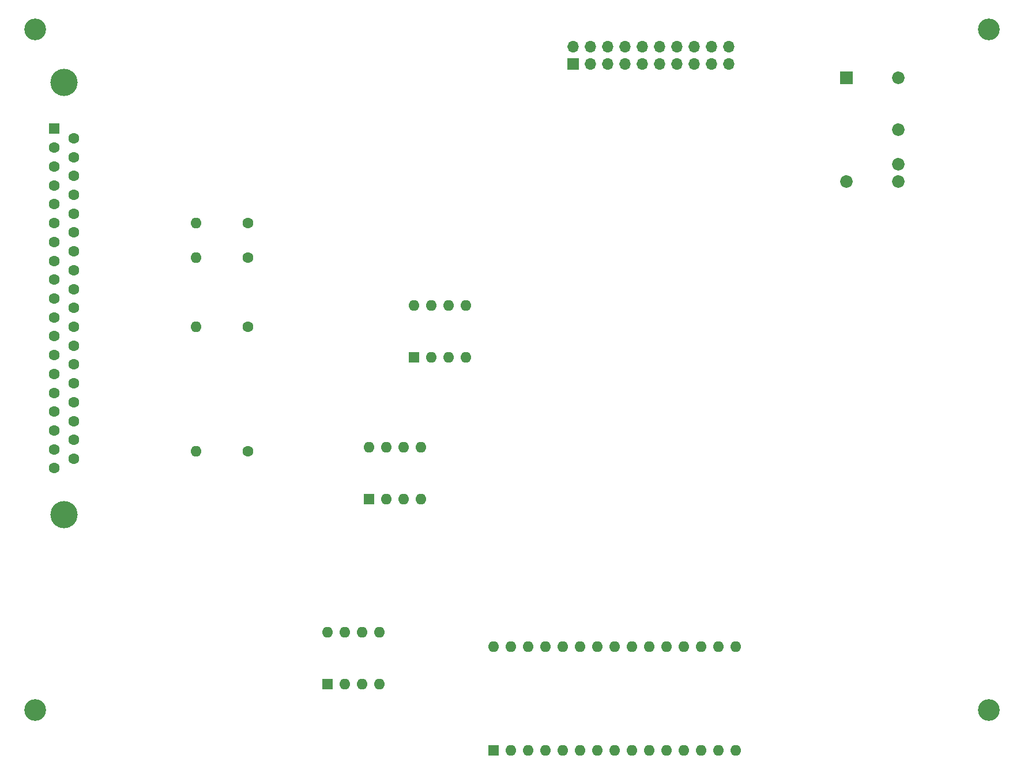
<source format=gbr>
%TF.GenerationSoftware,KiCad,Pcbnew,7.0.5*%
%TF.CreationDate,2024-02-20T16:17:49+00:00*%
%TF.ProjectId,EGSE,45475345-2e6b-4696-9361-645f70636258,rev?*%
%TF.SameCoordinates,Original*%
%TF.FileFunction,Soldermask,Bot*%
%TF.FilePolarity,Negative*%
%FSLAX46Y46*%
G04 Gerber Fmt 4.6, Leading zero omitted, Abs format (unit mm)*
G04 Created by KiCad (PCBNEW 7.0.5) date 2024-02-20 16:17:49*
%MOMM*%
%LPD*%
G01*
G04 APERTURE LIST*
%ADD10C,3.200000*%
%ADD11R,1.700000X1.700000*%
%ADD12O,1.700000X1.700000*%
%ADD13O,1.600000X1.600000*%
%ADD14R,1.600000X1.600000*%
%ADD15C,4.000000*%
%ADD16C,1.600000*%
%ADD17R,1.850000X1.850000*%
%ADD18C,1.850000*%
G04 APERTURE END LIST*
D10*
%TO.C,REF\u002A\u002A3*%
X164130000Y-140386000D03*
%TD*%
%TO.C,REF\u002A\u002A2*%
X24130000Y-140386000D03*
%TD*%
%TO.C,REF\u002A\u002A1*%
X164130000Y-40386000D03*
%TD*%
%TO.C,REF\u002A\u002A*%
X24130000Y-40386000D03*
%TD*%
D11*
%TO.C,J3*%
X103124000Y-45466000D03*
D12*
X103124000Y-42926000D03*
X105664000Y-45466000D03*
X105664000Y-42926000D03*
X108204000Y-45466000D03*
X108204000Y-42926000D03*
X110744000Y-45466000D03*
X110744000Y-42926000D03*
X113284000Y-45466000D03*
X113284000Y-42926000D03*
X115824000Y-45466000D03*
X115824000Y-42926000D03*
X118364000Y-45466000D03*
X118364000Y-42926000D03*
X120904000Y-45466000D03*
X120904000Y-42926000D03*
X123444000Y-45466000D03*
X123444000Y-42926000D03*
X125984000Y-45466000D03*
X125984000Y-42926000D03*
%TD*%
D13*
%TO.C,A1*%
X91440000Y-131064000D03*
X93980000Y-131064000D03*
X96520000Y-131064000D03*
X99060000Y-131064000D03*
X101600000Y-131064000D03*
X104140000Y-131064000D03*
X106680000Y-131064000D03*
X109220000Y-131064000D03*
X111760000Y-131064000D03*
X114300000Y-131064000D03*
X116840000Y-131064000D03*
X119380000Y-131064000D03*
X121920000Y-131064000D03*
X124460000Y-131064000D03*
X127000000Y-131064000D03*
X127000000Y-146304000D03*
X124460000Y-146304000D03*
X121920000Y-146304000D03*
X119380000Y-146304000D03*
X116840000Y-146304000D03*
X114300000Y-146304000D03*
X111760000Y-146304000D03*
X109220000Y-146304000D03*
X106680000Y-146304000D03*
X104140000Y-146304000D03*
X101600000Y-146304000D03*
X99060000Y-146304000D03*
X96520000Y-146304000D03*
X93980000Y-146304000D03*
D14*
X91440000Y-146304000D03*
%TD*%
D15*
%TO.C,J1*%
X28344000Y-111707000D03*
X28344000Y-48207000D03*
D14*
X26924000Y-55027000D03*
D16*
X26924000Y-57797000D03*
X26924000Y-60567000D03*
X26924000Y-63337000D03*
X26924000Y-66107000D03*
X26924000Y-68877000D03*
X26924000Y-71647000D03*
X26924000Y-74417000D03*
X26924000Y-77187000D03*
X26924000Y-79957000D03*
X26924000Y-82727000D03*
X26924000Y-85497000D03*
X26924000Y-88267000D03*
X26924000Y-91037000D03*
X26924000Y-93807000D03*
X26924000Y-96577000D03*
X26924000Y-99347000D03*
X26924000Y-102117000D03*
X26924000Y-104887000D03*
X29764000Y-56412000D03*
X29764000Y-59182000D03*
X29764000Y-61952000D03*
X29764000Y-64722000D03*
X29764000Y-67492000D03*
X29764000Y-70262000D03*
X29764000Y-73032000D03*
X29764000Y-75802000D03*
X29764000Y-78572000D03*
X29764000Y-81342000D03*
X29764000Y-84112000D03*
X29764000Y-86882000D03*
X29764000Y-89652000D03*
X29764000Y-92422000D03*
X29764000Y-95192000D03*
X29764000Y-97962000D03*
X29764000Y-100732000D03*
X29764000Y-103502000D03*
%TD*%
D13*
%TO.C,U2*%
X67066000Y-129022000D03*
X69606000Y-129022000D03*
X72146000Y-129022000D03*
X74686000Y-129022000D03*
X74686000Y-136642000D03*
X72146000Y-136642000D03*
X69606000Y-136642000D03*
D14*
X67066000Y-136642000D03*
%TD*%
%TO.C,U1*%
X79766000Y-88636000D03*
D13*
X82306000Y-88636000D03*
X84846000Y-88636000D03*
X87386000Y-88636000D03*
X87386000Y-81016000D03*
X84846000Y-81016000D03*
X82306000Y-81016000D03*
X79766000Y-81016000D03*
%TD*%
D16*
%TO.C,R19*%
X55372000Y-73914000D03*
D13*
X47752000Y-73914000D03*
%TD*%
%TO.C,R2*%
X47752000Y-102362000D03*
D16*
X55372000Y-102362000D03*
%TD*%
D17*
%TO.C,PS1*%
X143256000Y-47498000D03*
D18*
X143256000Y-62738000D03*
X150876000Y-47498000D03*
X150876000Y-55118000D03*
X150876000Y-60198000D03*
X150876000Y-62738000D03*
%TD*%
D14*
%TO.C,U8*%
X73162000Y-109464000D03*
D13*
X75702000Y-109464000D03*
X78242000Y-109464000D03*
X80782000Y-109464000D03*
X80782000Y-101844000D03*
X78242000Y-101844000D03*
X75702000Y-101844000D03*
X73162000Y-101844000D03*
%TD*%
D16*
%TO.C,R5*%
X55372000Y-84074000D03*
D13*
X47752000Y-84074000D03*
%TD*%
D16*
%TO.C,R6*%
X55372000Y-68834000D03*
D13*
X47752000Y-68834000D03*
%TD*%
M02*

</source>
